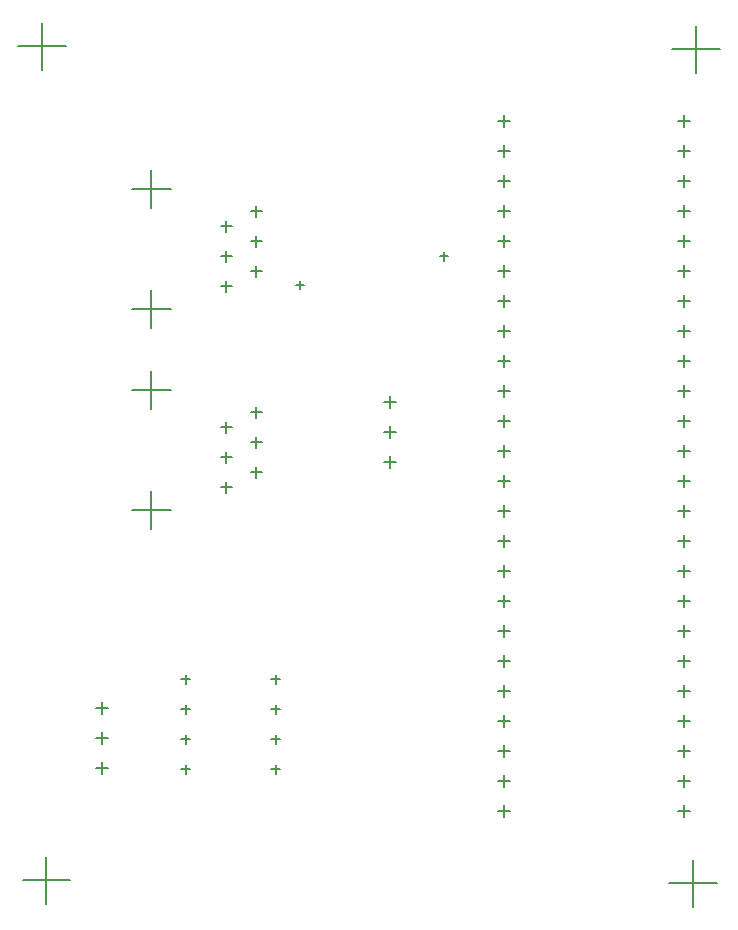
<source format=gbr>
%TF.GenerationSoftware,Altium Limited,Altium Designer,19.1.8 (144)*%
G04 Layer_Color=128*
%FSLAX26Y26*%
%MOIN*%
%TF.FileFunction,Drillmap*%
%TF.Part,Single*%
G01*
G75*
%TA.AperFunction,NonConductor*%
%ADD46C,0.005000*%
D46*
X2250000Y1065000D02*
X2290000D01*
X2270000Y1045000D02*
Y1085000D01*
X2250000Y1165000D02*
X2290000D01*
X2270000Y1145000D02*
Y1185000D01*
X2250000Y1265000D02*
X2290000D01*
X2270000Y1245000D02*
Y1285000D01*
X2250000Y2665000D02*
X2290000D01*
X2270000Y2645000D02*
Y2685000D01*
X2250000Y2565000D02*
X2290000D01*
X2270000Y2545000D02*
Y2585000D01*
X2250000Y2465000D02*
X2290000D01*
X2270000Y2445000D02*
Y2485000D01*
X1650000Y1265000D02*
X1690000D01*
X1670000Y1245000D02*
Y1285000D01*
X2250000Y965000D02*
X2290000D01*
X2270000Y945000D02*
Y985000D01*
X2250000Y865000D02*
X2290000D01*
X2270000Y845000D02*
Y885000D01*
X2250000Y765000D02*
X2290000D01*
X2270000Y745000D02*
Y785000D01*
X2250000Y665000D02*
X2290000D01*
X2270000Y645000D02*
Y685000D01*
X2250000Y565000D02*
X2290000D01*
X2270000Y545000D02*
Y585000D01*
X2250000Y465000D02*
X2290000D01*
X2270000Y445000D02*
Y485000D01*
X2250000Y365000D02*
X2290000D01*
X2270000Y345000D02*
Y385000D01*
X1650000Y365000D02*
X1690000D01*
X1670000Y345000D02*
Y385000D01*
X1650000Y465000D02*
X1690000D01*
X1670000Y445000D02*
Y485000D01*
X1650000Y565000D02*
X1690000D01*
X1670000Y545000D02*
Y585000D01*
X1650000Y665000D02*
X1690000D01*
X1670000Y645000D02*
Y685000D01*
X1650000Y765000D02*
X1690000D01*
X1670000Y745000D02*
Y785000D01*
X1650000Y865000D02*
X1690000D01*
X1670000Y845000D02*
Y885000D01*
X1650000Y965000D02*
X1690000D01*
X1670000Y945000D02*
Y985000D01*
X1650000Y1065000D02*
X1690000D01*
X1670000Y1045000D02*
Y1085000D01*
X1650000Y1165000D02*
X1690000D01*
X1670000Y1145000D02*
Y1185000D01*
X2250000Y2365000D02*
X2290000D01*
X2270000Y2345000D02*
Y2385000D01*
X2250000Y2265000D02*
X2290000D01*
X2270000Y2245000D02*
Y2285000D01*
X2250000Y2165000D02*
X2290000D01*
X2270000Y2145000D02*
Y2185000D01*
X2250000Y2065000D02*
X2290000D01*
X2270000Y2045000D02*
Y2085000D01*
X2250000Y1965000D02*
X2290000D01*
X2270000Y1945000D02*
Y1985000D01*
X2250000Y1865000D02*
X2290000D01*
X2270000Y1845000D02*
Y1885000D01*
X2250000Y1765000D02*
X2290000D01*
X2270000Y1745000D02*
Y1785000D01*
X2250000Y1665000D02*
X2290000D01*
X2270000Y1645000D02*
Y1685000D01*
X2250000Y1565000D02*
X2290000D01*
X2270000Y1545000D02*
Y1585000D01*
X2250000Y1465000D02*
X2290000D01*
X2270000Y1445000D02*
Y1485000D01*
X2250000Y1365000D02*
X2290000D01*
X2270000Y1345000D02*
Y1385000D01*
X1650000Y1365000D02*
X1690000D01*
X1670000Y1345000D02*
Y1385000D01*
X1650000Y1465000D02*
X1690000D01*
X1670000Y1445000D02*
Y1485000D01*
X1650000Y1565000D02*
X1690000D01*
X1670000Y1545000D02*
Y1585000D01*
X1650000Y1665000D02*
X1690000D01*
X1670000Y1645000D02*
Y1685000D01*
X1650000Y1765000D02*
X1690000D01*
X1670000Y1745000D02*
Y1785000D01*
X1650000Y1865000D02*
X1690000D01*
X1670000Y1845000D02*
Y1885000D01*
X1650000Y1965000D02*
X1690000D01*
X1670000Y1945000D02*
Y1985000D01*
X1650000Y2065000D02*
X1690000D01*
X1670000Y2045000D02*
Y2085000D01*
X1650000Y2165000D02*
X1690000D01*
X1670000Y2145000D02*
Y2185000D01*
X1650000Y2265000D02*
X1690000D01*
X1670000Y2245000D02*
Y2285000D01*
X1650000Y2365000D02*
X1690000D01*
X1670000Y2345000D02*
Y2385000D01*
X1650000Y2465000D02*
X1690000D01*
X1670000Y2445000D02*
Y2485000D01*
X1650000Y2565000D02*
X1690000D01*
X1670000Y2545000D02*
Y2585000D01*
X1650000Y2665000D02*
X1690000D01*
X1670000Y2645000D02*
Y2685000D01*
X1269921Y1530000D02*
X1310079D01*
X1290000Y1509921D02*
Y1550079D01*
X1269921Y1630000D02*
X1310079D01*
X1290000Y1609921D02*
Y1650079D01*
X1269921Y1730000D02*
X1310079D01*
X1290000Y1709921D02*
Y1750079D01*
X309921Y710000D02*
X350079D01*
X330000Y689921D02*
Y730079D01*
X309921Y610000D02*
X350079D01*
X330000Y589921D02*
Y630079D01*
X309921Y510000D02*
X350079D01*
X330000Y489921D02*
Y530079D01*
X895000Y505000D02*
X925000D01*
X910000Y490000D02*
Y520000D01*
X895000Y605000D02*
X925000D01*
X910000Y590000D02*
Y620000D01*
X895000Y705000D02*
X925000D01*
X910000Y690000D02*
Y720000D01*
X895000Y805000D02*
X925000D01*
X910000Y790000D02*
Y820000D01*
X595000Y805000D02*
X625000D01*
X610000Y790000D02*
Y820000D01*
X595000Y705000D02*
X625000D01*
X610000Y690000D02*
Y720000D01*
X595000Y605000D02*
X625000D01*
X610000Y590000D02*
Y620000D01*
X595000Y505000D02*
X625000D01*
X610000Y490000D02*
Y520000D01*
X727480Y2115000D02*
X762520D01*
X745000Y2097480D02*
Y2132520D01*
X727480Y2215000D02*
X762520D01*
X745000Y2197480D02*
Y2232520D01*
X727480Y2315000D02*
X762520D01*
X745000Y2297480D02*
Y2332520D01*
X827480Y2165000D02*
X862520D01*
X845000Y2147480D02*
Y2182520D01*
X827480Y2265000D02*
X862520D01*
X845000Y2247480D02*
Y2282520D01*
X827480Y2365000D02*
X862520D01*
X845000Y2347480D02*
Y2382520D01*
X431024Y2040000D02*
X558976D01*
X495000Y1976024D02*
Y2103976D01*
X431024Y2440000D02*
X558976D01*
X495000Y2376024D02*
Y2503976D01*
X727480Y1445000D02*
X762520D01*
X745000Y1427480D02*
Y1462520D01*
X727480Y1545000D02*
X762520D01*
X745000Y1527480D02*
Y1562520D01*
X727480Y1645000D02*
X762520D01*
X745000Y1627480D02*
Y1662520D01*
X827480Y1495000D02*
X862520D01*
X845000Y1477480D02*
Y1512520D01*
X827480Y1595000D02*
X862520D01*
X845000Y1577480D02*
Y1612520D01*
X827480Y1695000D02*
X862520D01*
X845000Y1677480D02*
Y1712520D01*
X431024Y1370000D02*
X558976D01*
X495000Y1306024D02*
Y1433976D01*
X431024Y1770000D02*
X558976D01*
X495000Y1706024D02*
Y1833976D01*
X2221260Y125000D02*
X2378740D01*
X2300000Y46260D02*
Y203740D01*
X66260Y135000D02*
X223740D01*
X145000Y56260D02*
Y213740D01*
X51260Y2915000D02*
X208740D01*
X130000Y2836260D02*
Y2993740D01*
X2231260Y2905000D02*
X2388740D01*
X2310000Y2826260D02*
Y2983740D01*
X976000Y2120000D02*
X1004000D01*
X990000Y2106000D02*
Y2134000D01*
X1456000Y2215000D02*
X1484000D01*
X1470000Y2201000D02*
Y2229000D01*
%TF.MD5,2ecaa010fd97833017b7c17ed888035b*%
M02*

</source>
